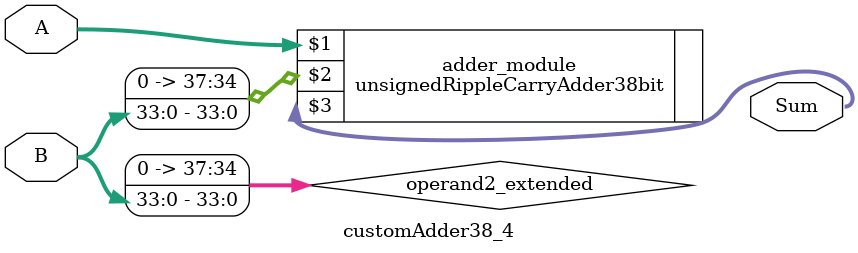
<source format=v>
module customAdder38_4(
                        input [37 : 0] A,
                        input [33 : 0] B,
                        
                        output [38 : 0] Sum
                );

        wire [37 : 0] operand2_extended;
        
        assign operand2_extended =  {4'b0, B};
        
        unsignedRippleCarryAdder38bit adder_module(
            A,
            operand2_extended,
            Sum
        );
        
        endmodule
        
</source>
